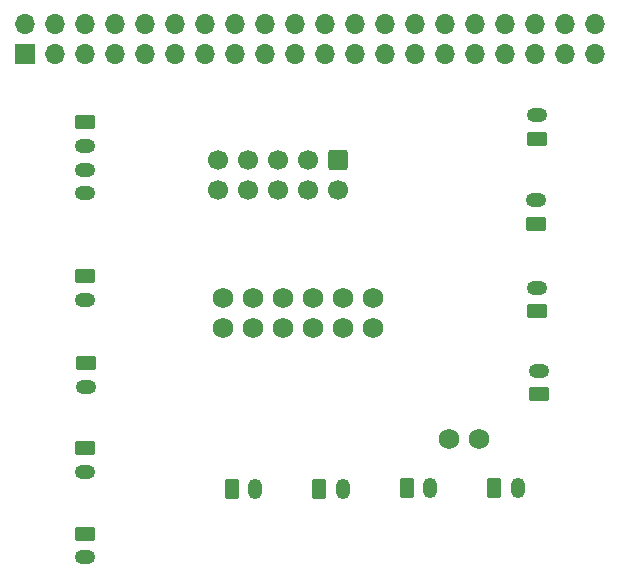
<source format=gbr>
%TF.GenerationSoftware,KiCad,Pcbnew,(5.99.0-12181-g5e8b23af64)*%
%TF.CreationDate,2021-11-12T15:18:20+01:00*%
%TF.ProjectId,phoniebox_shield,70686f6e-6965-4626-9f78-5f736869656c,rev?*%
%TF.SameCoordinates,Original*%
%TF.FileFunction,Soldermask,Bot*%
%TF.FilePolarity,Negative*%
%FSLAX46Y46*%
G04 Gerber Fmt 4.6, Leading zero omitted, Abs format (unit mm)*
G04 Created by KiCad (PCBNEW (5.99.0-12181-g5e8b23af64)) date 2021-11-12 15:18:20*
%MOMM*%
%LPD*%
G01*
G04 APERTURE LIST*
G04 Aperture macros list*
%AMRoundRect*
0 Rectangle with rounded corners*
0 $1 Rounding radius*
0 $2 $3 $4 $5 $6 $7 $8 $9 X,Y pos of 4 corners*
0 Add a 4 corners polygon primitive as box body*
4,1,4,$2,$3,$4,$5,$6,$7,$8,$9,$2,$3,0*
0 Add four circle primitives for the rounded corners*
1,1,$1+$1,$2,$3*
1,1,$1+$1,$4,$5*
1,1,$1+$1,$6,$7*
1,1,$1+$1,$8,$9*
0 Add four rect primitives between the rounded corners*
20,1,$1+$1,$2,$3,$4,$5,0*
20,1,$1+$1,$4,$5,$6,$7,0*
20,1,$1+$1,$6,$7,$8,$9,0*
20,1,$1+$1,$8,$9,$2,$3,0*%
G04 Aperture macros list end*
%ADD10C,1.750000*%
%ADD11RoundRect,0.250000X-0.625000X0.350000X-0.625000X-0.350000X0.625000X-0.350000X0.625000X0.350000X0*%
%ADD12O,1.750000X1.200000*%
%ADD13RoundRect,0.250000X-0.350000X-0.625000X0.350000X-0.625000X0.350000X0.625000X-0.350000X0.625000X0*%
%ADD14O,1.200000X1.750000*%
%ADD15RoundRect,0.250000X0.625000X-0.350000X0.625000X0.350000X-0.625000X0.350000X-0.625000X-0.350000X0*%
%ADD16RoundRect,0.250000X-0.600000X0.600000X-0.600000X-0.600000X0.600000X-0.600000X0.600000X0.600000X0*%
%ADD17C,1.700000*%
%ADD18R,1.700000X1.700000*%
%ADD19O,1.700000X1.700000*%
G04 APERTURE END LIST*
D10*
%TO.C,U101*%
X99250000Y-105660000D03*
X101790000Y-105660000D03*
X104330000Y-105660000D03*
X106870000Y-105660000D03*
X109410000Y-105660000D03*
X111950000Y-105660000D03*
X99250000Y-108200000D03*
X101790000Y-108200000D03*
X104330000Y-108200000D03*
X106870000Y-108200000D03*
X109410000Y-108200000D03*
X111950000Y-108200000D03*
X120950000Y-117600000D03*
X118410000Y-117600000D03*
%TD*%
D11*
%TO.C,J103*%
X87600000Y-90800000D03*
D12*
X87600000Y-92800000D03*
X87600000Y-94800000D03*
X87600000Y-96800000D03*
%TD*%
D13*
%TO.C,J115*%
X122200000Y-121750000D03*
D14*
X124200000Y-121750000D03*
%TD*%
D13*
%TO.C,J114*%
X114800000Y-121750000D03*
D14*
X116800000Y-121750000D03*
%TD*%
D13*
%TO.C,J113*%
X107400000Y-121800000D03*
D14*
X109400000Y-121800000D03*
%TD*%
D13*
%TO.C,J112*%
X100000000Y-121800000D03*
D14*
X102000000Y-121800000D03*
%TD*%
D11*
%TO.C,J111*%
X87650000Y-111200000D03*
D12*
X87650000Y-113200000D03*
%TD*%
D11*
%TO.C,J110*%
X87600000Y-103800000D03*
D12*
X87600000Y-105800000D03*
%TD*%
D15*
%TO.C,J109*%
X125750000Y-99400000D03*
D12*
X125750000Y-97400000D03*
%TD*%
D15*
%TO.C,J108*%
X125800000Y-92200000D03*
D12*
X125800000Y-90200000D03*
%TD*%
D15*
%TO.C,J107*%
X126000000Y-113800000D03*
D12*
X126000000Y-111800000D03*
%TD*%
D15*
%TO.C,J106*%
X125800000Y-106800000D03*
D12*
X125800000Y-104800000D03*
%TD*%
D11*
%TO.C,J105*%
X87600000Y-125600000D03*
D12*
X87600000Y-127600000D03*
%TD*%
%TO.C,J104*%
X87600000Y-120400000D03*
D11*
X87600000Y-118400000D03*
%TD*%
D16*
%TO.C,J102*%
X109000000Y-94000000D03*
D17*
X106460000Y-94000000D03*
X103920000Y-94000000D03*
X101380000Y-94000000D03*
X98840000Y-94000000D03*
X109000000Y-96540000D03*
X106460000Y-96540000D03*
X103920000Y-96540000D03*
X101380000Y-96540000D03*
X98840000Y-96540000D03*
%TD*%
D18*
%TO.C,J101*%
X82470000Y-84980000D03*
D19*
X82470000Y-82440000D03*
X85010000Y-84980000D03*
X85010000Y-82440000D03*
X87550000Y-84980000D03*
X87550000Y-82440000D03*
X90090000Y-84980000D03*
X90090000Y-82440000D03*
X92630000Y-84980000D03*
X92630000Y-82440000D03*
X95170000Y-84980000D03*
X95170000Y-82440000D03*
X97710000Y-84980000D03*
X97710000Y-82440000D03*
X100250000Y-84980000D03*
X100250000Y-82440000D03*
X102790000Y-84980000D03*
X102790000Y-82440000D03*
X105330000Y-84980000D03*
X105330000Y-82440000D03*
X107870000Y-84980000D03*
X107870000Y-82440000D03*
X110410000Y-84980000D03*
X110410000Y-82440000D03*
X112950000Y-84980000D03*
X112950000Y-82440000D03*
X115490000Y-84980000D03*
X115490000Y-82440000D03*
X118030000Y-84980000D03*
X118030000Y-82440000D03*
X120570000Y-84980000D03*
X120570000Y-82440000D03*
X123110000Y-84980000D03*
X123110000Y-82440000D03*
X125650000Y-84980000D03*
X125650000Y-82440000D03*
X128190000Y-84980000D03*
X128190000Y-82440000D03*
X130730000Y-84980000D03*
X130730000Y-82440000D03*
%TD*%
M02*

</source>
